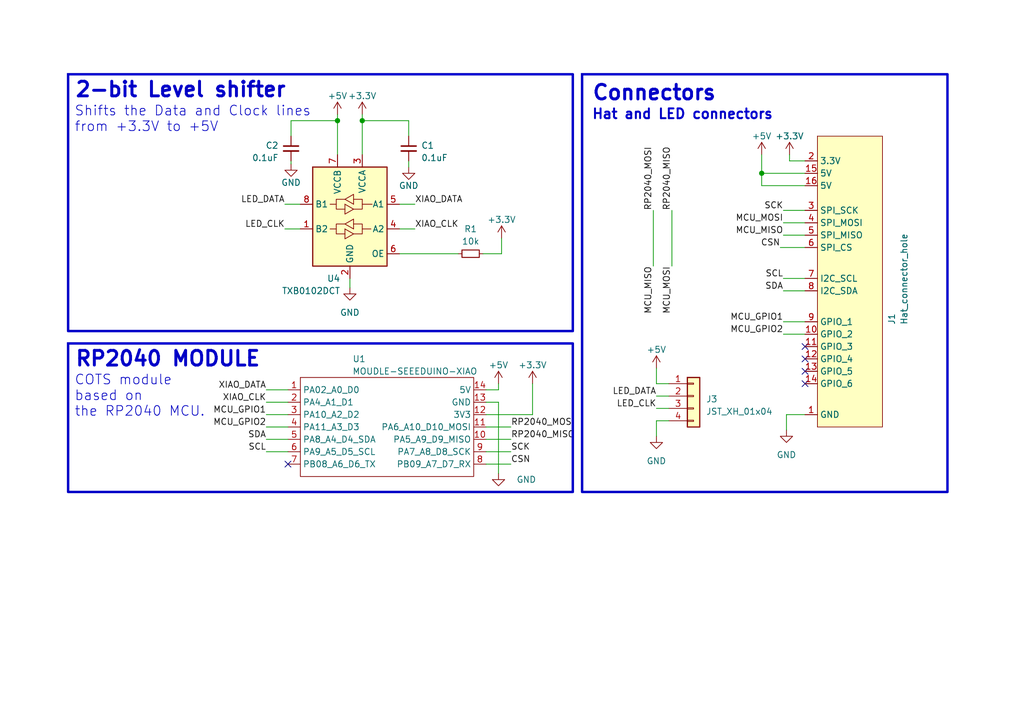
<source format=kicad_sch>
(kicad_sch (version 20230121) (generator eeschema)
  (paper "A5")
  (title_block (title "LED controller board") (date "2023-08-10") (company "EPFL Xplore"))
  (lib_symbols
    (symbol "0_COTS_modules:MOUDLE-SEEEDUINO-XIAO"
      (property "Reference" "U" (at -16.51 11.43 0))
      (property "Value" "MOUDLE-SEEEDUINO-XIAO" (at -3.81 -11.43 0))
      (symbol "MOUDLE-SEEEDUINO-XIAO_0_1"
        (rectangle (start -16.51 10.16) (end 19.05 -10.16))
      )
      (symbol "MOUDLE-SEEEDUINO-XIAO_1_1"
        (pin passive line (at -19.05 7.62 0) (length 2.54) (name "PA02_A0_D0") (number "1"))
        (pin passive line (at 21.59 -2.54 180) (length 2.54) (name "PA5_A9_D9_MISO") (number "10"))
        (pin passive line (at 21.59 0 180) (length 2.54) (name "PA6_A10_D10_MOSI") (number "11"))
        (pin passive line (at 21.59 2.54 180) (length 2.54) (name "3V3") (number "12"))
        (pin passive line (at 21.59 5.08 180) (length 2.54) (name "GND") (number "13"))
        (pin passive line (at 21.59 7.62 180) (length 2.54) (name "5V") (number "14"))
        (pin passive line (at -19.05 5.08 0) (length 2.54) (name "PA4_A1_D1") (number "2"))
        (pin passive line (at -19.05 2.54 0) (length 2.54) (name "PA10_A2_D2") (number "3"))
        (pin passive line (at -19.05 0 0) (length 2.54) (name "PA11_A3_D3") (number "4"))
        (pin passive line (at -19.05 -2.54 0) (length 2.54) (name "PA8_A4_D4_SDA") (number "5"))
        (pin passive line (at -19.05 -5.08 0) (length 2.54) (name "PA9_A5_D5_SCL") (number "6"))
        (pin passive line (at -19.05 -7.62 0) (length 2.54) (name "PB08_A6_D6_TX") (number "7"))
        (pin passive line (at 21.59 -7.62 180) (length 2.54) (name "PB09_A7_D7_RX") (number "8"))
        (pin passive line (at 21.59 -5.08 180) (length 2.54) (name "PA7_A8_D8_SCK") (number "9"))
      )
    )
    (symbol "0_connectors:Hat_connector_hole"
      (property "Reference" "J" (at 0 0 0))
      (property "Value" "Hat_connector_hole" (at 0 0 0))
      (symbol "Hat_connector_hole_0_0"
        (pin power_in line (at -8.89 -22.86 0) (length 2.54) (name "GND") (number "1"))
        (pin bidirectional line (at -8.89 -6.35 0) (length 2.54) (name "GPIO_2") (number "10"))
        (pin bidirectional line (at -8.89 -8.89 0) (length 2.54) (name "GPIO_3") (number "11"))
        (pin bidirectional line (at -8.89 -11.43 0) (length 2.54) (name "GPIO_4") (number "12"))
        (pin bidirectional line (at -8.89 -13.97 0) (length 2.54) (name "GPIO_5") (number "13"))
        (pin bidirectional line (at -8.89 -16.51 0) (length 2.54) (name "GPIO_6") (number "14"))
        (pin power_in line (at -8.89 26.67 0) (length 2.54) (name "5V") (number "15"))
        (pin power_in line (at -8.89 24.13 0) (length 2.54) (name "5V") (number "16"))
        (pin power_in line (at -8.89 29.21 0) (length 2.54) (name "3.3V") (number "2"))
        (pin output line (at -8.89 19.05 0) (length 2.54) (name "SPI_SCK") (number "3"))
        (pin output line (at -8.89 16.51 0) (length 2.54) (name "SPI_MOSI") (number "4"))
        (pin input line (at -8.89 13.97 0) (length 2.54) (name "SPI_MISO") (number "5"))
        (pin output line (at -8.89 11.43 0) (length 2.54) (name "SPI_CS") (number "6"))
        (pin output line (at -8.89 5.08 0) (length 2.54) (name "I2C_SCL") (number "7"))
        (pin bidirectional line (at -8.89 2.54 0) (length 2.54) (name "I2C_SDA") (number "8"))
        (pin bidirectional line (at -8.89 -3.81 0) (length 2.54) (name "GPIO_1") (number "9"))
      )
      (symbol "Hat_connector_hole_0_1"
        (rectangle (start -6.35 34.29) (end 6.985 -25.4) (fill (type background)))
      )
    )
    (symbol "Connector_Generic:Conn_01x04" (pin_names (offset 1.016) hide)
      (property "Reference" "J" (at 0 5.08 0))
      (property "Value" "Conn_01x04" (at 0 -7.62 0))
      (symbol "Conn_01x04_1_1"
        (rectangle (start -1.27 -4.953) (end 0 -5.207) (stroke (width 0.1524)))
        (rectangle (start -1.27 -2.413) (end 0 -2.667) (stroke (width 0.1524)))
        (rectangle (start -1.27 0.127) (end 0 -0.127) (stroke (width 0.1524)))
        (rectangle (start -1.27 2.667) (end 0 2.413) (stroke (width 0.1524)))
        (rectangle (start -1.27 3.81) (end 1.27 -6.35) (stroke (width 0.254)) (fill (type background)))
        (pin passive line (at -5.08 2.54 0) (length 3.81) (name "Pin_1") (number "1"))
        (pin passive line (at -5.08 0 0) (length 3.81) (name "Pin_2") (number "2"))
        (pin passive line (at -5.08 -2.54 0) (length 3.81) (name "Pin_3") (number "3"))
        (pin passive line (at -5.08 -5.08 0) (length 3.81) (name "Pin_4") (number "4"))
      )
    )
    (symbol "Device:C_Small" (pin_numbers hide) (pin_names (offset 0.254) hide)
      (property "Reference" "C" (at 0.254 1.778 0))
      (property "Value" "C_Small" (at 0.254 -2.032 0))
      (symbol "C_Small_0_1"
        (polyline (pts (xy -1.524 -0.508) (xy 1.524 -0.508)) (stroke (width 0.3302)))
        (polyline (pts (xy -1.524 0.508) (xy 1.524 0.508)) (stroke (width 0.3048)))
      )
      (symbol "C_Small_1_1"
        (pin passive line (at 0 2.54 270) (length 2.032) (name "~") (number "1"))
        (pin passive line (at 0 -2.54 90) (length 2.032) (name "~") (number "2"))
      )
    )
    (symbol "Device:R_Small" (pin_numbers hide) (pin_names (offset 0.254) hide)
      (property "Reference" "R" (at 0.762 0.508 0))
      (property "Value" "R_Small" (at 0.762 -1.016 0))
      (symbol "R_Small_0_1"
        (rectangle (start -0.762 1.778) (end 0.762 -1.778) (stroke (width 0.2032)))
      )
      (symbol "R_Small_1_1"
        (pin passive line (at 0 2.54 270) (length 0.762) (name "~") (number "1"))
        (pin passive line (at 0 -2.54 90) (length 0.762) (name "~") (number "2"))
      )
    )
    (symbol "Logic_LevelTranslator:TXB0102DCT"
      (property "Reference" "U" (at -6.35 11.43 0))
      (property "Value" "TXB0102DCT" (at 3.81 11.43 0))
      (symbol "TXB0102DCT_0_1"
        (rectangle (start -7.62 10.16) (end 7.62 -10.16) (stroke (width 0.254)) (fill (type background)))
        (polyline (pts (xy -2.54 -2.54) (xy -2.54 -1.524) (xy -0.762 -1.524)))
        (polyline (pts (xy -2.54 2.54) (xy -2.54 3.556) (xy -0.762 3.556)))
        (polyline (pts (xy 2.794 -2.54) (xy 2.794 -3.556) (xy 1.016 -3.556)))
        (polyline (pts (xy 2.794 2.54) (xy 2.794 1.524) (xy 1.016 1.524)))
        (polyline (pts (xy -0.762 -3.556) (xy -2.54 -3.556) (xy -2.54 -2.54) (xy -4.318 -2.54)))
        (polyline (pts (xy -0.762 -2.54) (xy -0.762 -0.508) (xy 1.016 -1.524) (xy -0.762 -2.54)) (fill (type background)))
        (polyline (pts (xy -0.762 1.524) (xy -2.54 1.524) (xy -2.54 2.54) (xy -4.572 2.54)))
        (polyline (pts (xy -0.762 2.54) (xy -0.762 4.572) (xy 1.016 3.556) (xy -0.762 2.54)))
        (polyline (pts (xy 1.016 -2.54) (xy 1.016 -4.572) (xy -0.762 -3.556) (xy 1.016 -2.54)))
        (polyline (pts (xy 1.016 -1.524) (xy 2.794 -1.524) (xy 2.794 -2.54) (xy 4.064 -2.54)))
        (polyline (pts (xy 1.016 3.556) (xy 2.794 3.556) (xy 2.794 2.54) (xy 4.064 2.54)))
        (polyline (pts (xy 1.016 2.54) (xy 1.016 0.762) (xy 1.016 0.508) (xy -0.762 1.524) (xy 1.016 2.54)))
      )
      (symbol "TXB0102DCT_1_1"
        (pin bidirectional line (at 10.16 -2.54 180) (length 2.54) (name "B2") (number "1"))
        (pin power_in line (at 0 -12.7 90) (length 2.54) (name "GND") (number "2"))
        (pin power_in line (at -2.54 12.7 270) (length 2.54) (name "VCCA") (number "3"))
        (pin bidirectional line (at -10.16 -2.54 0) (length 2.54) (name "A2") (number "4"))
        (pin bidirectional line (at -10.16 2.54 0) (length 2.54) (name "A1") (number "5"))
        (pin input line (at -10.16 -7.62 0) (length 2.54) (name "OE") (number "6"))
        (pin power_in line (at 2.54 12.7 270) (length 2.54) (name "VCCB") (number "7"))
        (pin bidirectional line (at 10.16 2.54 180) (length 2.54) (name "B1") (number "8"))
      )
    )
    (symbol "PCM_4ms_Power-symbol:GND" (power) (pin_names (offset 0))
      (property "Value" "GND" (at 0 -3.81 0))
      (symbol "GND_0_1"
        (polyline (pts (xy 0 0) (xy 0 -1.27) (xy 1.27 -1.27) (xy 0 -2.54) (xy -1.27 -1.27) (xy 0 -1.27)))
      )
      (symbol "GND_1_1"
        (pin power_in line (at 0 0 270) (length 0) hide (name "GND") (number "1"))
      )
    )
    (symbol "power:+3.3V" (power) (pin_names (offset 0))
      (property "Value" "+3.3V" (at 0 3.556 0))
      (symbol "+3.3V_0_1"
        (polyline (pts (xy -0.762 1.27) (xy 0 2.54)))
        (polyline (pts (xy 0 0) (xy 0 2.54)))
        (polyline (pts (xy 0 2.54) (xy 0.762 1.27)))
      )
      (symbol "+3.3V_1_1"
        (pin power_in line (at 0 0 90) (length 0) hide (name "+3.3V") (number "1"))
      )
    )
    (symbol "power:+5V" (power) (pin_names (offset 0))
      (property "Value" "+5V" (at 0 3.556 0))
      (symbol "+5V_0_1"
        (polyline (pts (xy -0.762 1.27) (xy 0 2.54)))
        (polyline (pts (xy 0 0) (xy 0 2.54)))
        (polyline (pts (xy 0 2.54) (xy 0.762 1.27)))
      )
      (symbol "+5V_1_1"
        (pin power_in line (at 0 0 90) (length 0) hide (name "+5V") (number "1"))
      )
    )
  )
  (junction (at 69.215 24.765))
  (junction (at 74.295 24.765))
  (junction (at 156.21 35.56))
  (no_connect (at 59.055 95.25))
  (no_connect (at 165.1 78.74))
  (no_connect (at 165.1 76.2))
  (no_connect (at 165.1 73.66))
  (no_connect (at 165.1 71.12))
  (wire (pts (xy 156.21 31.75) (xy 156.21 35.56)))
  (wire (pts (xy 102.87 52.07) (xy 102.87 48.895)))
  (wire (pts (xy 83.82 34.29) (xy 83.82 33.02)))
  (wire (pts (xy 161.925 33.02) (xy 165.1 33.02)))
  (wire (pts (xy 99.695 85.09) (xy 109.22 85.09)))
  (wire (pts (xy 54.61 82.55) (xy 59.055 82.55)))
  (wire (pts (xy 58.42 46.99) (xy 61.595 46.99)))
  (wire (pts (xy 83.82 24.765) (xy 74.295 24.765)))
  (wire (pts (xy 137.795 54.61) (xy 137.795 43.18)))
  (wire (pts (xy 85.09 41.91) (xy 81.915 41.91)))
  (wire (pts (xy 81.915 52.07) (xy 93.98 52.07)))
  (wire (pts (xy 160.655 45.72) (xy 165.1 45.72)))
  (wire (pts (xy 59.69 33.655) (xy 59.69 33.02)))
  (wire (pts (xy 58.42 41.91) (xy 61.595 41.91)))
  (wire (pts (xy 59.69 27.94) (xy 59.69 24.765)))
  (wire (pts (xy 134.62 83.82) (xy 137.16 83.82)))
  (wire (pts (xy 133.985 54.61) (xy 133.985 43.18)))
  (wire (pts (xy 134.62 81.28) (xy 137.16 81.28)))
  (wire (pts (xy 160.655 48.26) (xy 165.1 48.26)))
  (wire (pts (xy 104.775 87.63) (xy 99.695 87.63)))
  (wire (pts (xy 69.215 23.495) (xy 69.215 24.765)))
  (wire (pts (xy 160.655 43.18) (xy 165.1 43.18)))
  (wire (pts (xy 71.755 57.15) (xy 71.755 59.055)))
  (wire (pts (xy 134.62 89.535) (xy 134.62 86.36)))
  (wire (pts (xy 156.21 35.56) (xy 165.1 35.56)))
  (wire (pts (xy 161.29 85.09) (xy 165.1 85.09)))
  (wire (pts (xy 134.62 86.36) (xy 137.16 86.36)))
  (wire (pts (xy 156.21 38.1) (xy 165.1 38.1)))
  (wire (pts (xy 74.295 24.765) (xy 74.295 31.75)))
  (wire (pts (xy 104.775 90.17) (xy 99.695 90.17)))
  (wire (pts (xy 85.09 46.99) (xy 81.915 46.99)))
  (wire (pts (xy 69.215 24.765) (xy 69.215 31.75)))
  (wire (pts (xy 160.655 68.58) (xy 165.1 68.58)))
  (wire (pts (xy 161.925 31.75) (xy 161.925 33.02)))
  (wire (pts (xy 54.61 92.71) (xy 59.055 92.71)))
  (wire (pts (xy 74.295 23.495) (xy 74.295 24.765)))
  (wire (pts (xy 134.62 78.74) (xy 137.16 78.74)))
  (wire (pts (xy 102.235 80.01) (xy 99.695 80.01)))
  (wire (pts (xy 54.61 80.01) (xy 59.055 80.01)))
  (wire (pts (xy 54.61 87.63) (xy 59.055 87.63)))
  (wire (pts (xy 102.235 82.55) (xy 99.695 82.55)))
  (wire (pts (xy 160.655 66.04) (xy 165.1 66.04)))
  (wire (pts (xy 99.06 52.07) (xy 102.87 52.07)))
  (wire (pts (xy 99.695 95.25) (xy 104.775 95.25)))
  (wire (pts (xy 134.62 75.565) (xy 134.62 78.74)))
  (wire (pts (xy 83.82 27.94) (xy 83.82 24.765)))
  (wire (pts (xy 109.22 85.09) (xy 109.22 78.74)))
  (wire (pts (xy 160.655 59.69) (xy 165.1 59.69)))
  (wire (pts (xy 156.21 35.56) (xy 156.21 38.1)))
  (wire (pts (xy 104.775 92.71) (xy 99.695 92.71)))
  (wire (pts (xy 59.69 24.765) (xy 69.215 24.765)))
  (wire (pts (xy 160.02 50.8) (xy 165.1 50.8)))
  (wire (pts (xy 102.235 78.74) (xy 102.235 80.01)))
  (wire (pts (xy 54.61 85.09) (xy 59.055 85.09)))
  (wire (pts (xy 160.655 57.15) (xy 165.1 57.15)))
  (wire (pts (xy 161.29 88.265) (xy 161.29 85.09)))
  (wire (pts (xy 54.61 90.17) (xy 59.055 90.17)))
  (wire (pts (xy 102.235 97.155) (xy 102.235 82.55)))
  (rectangle (start 119.38 15.24) (end 194.31 100.965) (stroke (width 0.5)))
  (rectangle (start 13.97 15.24) (end 117.475 67.945) (stroke (width 0.5)))
  (rectangle (start 13.97 70.485) (end 117.475 100.965) (stroke (width 0.5)))
  (text "Connectors\n" (at 121.285 20.955 0) (effects (font (size 3 3) (thickness 0.6) bold) (justify left bottom)))
  (text "Shifts the Data and Clock lines\nfrom +3.3V to +5V" (at 15.24 27.305 0) (effects (font (size 2 2)) (justify left bottom)))
  (text "Hat and LED connectors" (at 121.285 24.765 0) (effects (font (size 2 2) (thickness 0.4) bold) (justify left bottom)))
  (text "2-bit Level shifter" (at 15.24 20.32 0) (effects (font (size 3 3) (thickness 0.6) bold) (justify left bottom)))
  (text "RP2040 MODULE\n" (at 15.24 75.565 0) (effects (font (size 3 3) (thickness 0.6) bold) (justify left bottom)))
  (text "COTS module\nbased on \nthe RP2040 MCU." (at 15.24 85.725 0) (effects (font (size 2 2)) (justify left bottom)))
  (label "XIAO_CLK" (at 54.61 82.55 180))
  (label "MCU_GPIO1" (at 160.655 66.04 180))
  (label "MCU_GPIO2" (at 54.61 87.63 180))
  (label "RP2040_MISO" (at 104.775 90.17 0))
  (label "RP2040_MOSI" (at 104.775 87.63 0))
  (label "CSN" (at 160.02 50.8 180))
  (label "LED_DATA" (at 58.42 41.91 180))
  (label "MCU_MISO" (at 133.985 54.61 270))
  (label "MCU_MOSI" (at 137.795 54.61 270))
  (label "SDA" (at 160.655 59.69 180))
  (label "XIAO_CLK" (at 85.09 46.99 0))
  (label "RP2040_MOSI" (at 133.985 43.18 90))
  (label "LED_CLK" (at 58.42 46.99 180))
  (label "LED_CLK" (at 134.62 83.82 180))
  (label "SCL" (at 160.655 57.15 180))
  (label "SCK" (at 104.775 92.71 0))
  (label "MCU_GPIO1" (at 54.61 85.09 180))
  (label "SDA" (at 54.61 90.17 180))
  (label "RP2040_MISO" (at 137.795 43.18 90))
  (label "MCU_MISO" (at 160.655 48.26 180))
  (label "LED_DATA" (at 134.62 81.28 180))
  (label "XIAO_DATA" (at 85.09 41.91 0))
  (label "MCU_MOSI" (at 160.655 45.72 180))
  (label "SCK" (at 160.655 43.18 180))
  (label "XIAO_DATA" (at 54.61 80.01 180))
  (label "MCU_GPIO2" (at 160.655 68.58 180))
  (label "SCL" (at 54.61 92.71 180))
  (label "CSN" (at 104.775 95.25 0))
  (symbol (lib_id "PCM_4ms_Power-symbol:GND") (at 161.29 88.265 0) (unit 1)
    (property "Reference" "#PWR01" (effects hide))
    (property "Value" "GND" (at 161.29 93.345 0))
  )
  (symbol (lib_id "0_COTS_modules:MOUDLE-SEEEDUINO-XIAO") (at 78.105 87.63 0) (unit 1)
    (property "Reference" "U1" (at 73.66 73.66 0))
    (property "Value" "MOUDLE-SEEEDUINO-XIAO" (at 85.09 76.2 0))
    (property "Footprint" "0_various:MOUDLE14P-SMD-2.54-21X17.8MM" (effects hide))
  )
  (symbol (lib_id "Connector_Generic:Conn_01x04") (at 142.24 81.28 0) (unit 1)
    (property "Reference" "J3" (at 144.78 81.915 0) (effects (justify left)))
    (property "Value" "JST_XH_01x04" (at 144.78 84.455 0) (effects (justify left)))
    (property "Footprint" "Connector_JST:JST_XH_B4B-XH-AM_1x04_P2.50mm_Vertical" (effects hide))
  )
  (symbol (lib_id "power:+5V") (at 102.235 78.74 0) (unit 1)
    (property "Reference" "#PWR07" (effects hide))
    (property "Value" "+5V" (at 102.235 74.93 0))
  )
  (symbol (lib_id "power:+5V") (at 134.62 75.565 0) (mirror y) (unit 1)
    (property "Reference" "#PWR06" (effects hide))
    (property "Value" "+5V" (at 134.62 71.755 0))
  )
  (symbol (lib_id "PCM_4ms_Power-symbol:GND") (at 83.82 34.29 0) (unit 1)
    (property "Reference" "#PWR012" (effects hide))
    (property "Value" "GND" (at 83.82 38.1 0))
  )
  (symbol (lib_id "Logic_LevelTranslator:TXB0102DCT") (at 71.755 44.45 0) (mirror y) (unit 1)
    (property "Reference" "U4" (at 69.7991 57.15 0) (effects (justify left)))
    (property "Value" "TXB0102DCT" (at 69.7991 59.69 0) (effects (justify left)))
    (property "Footprint" "Package_SO:TSSOP-8_3x3mm_P0.65mm" (effects hide))
    (property "Datasheet" "http://www.ti.com/lit/ds/symlink/txb0102.pdf" (effects hide))
  )
  (symbol (lib_id "Device:C_Small") (at 59.69 30.48 0) (mirror y) (unit 1)
    (property "Reference" "C2" (at 57.15 29.8513 0) (effects (justify left)))
    (property "Value" "0.1uF" (at 57.15 32.3913 0) (effects (justify left)))
    (property "Footprint" "Capacitor_SMD:C_0603_1608Metric_Pad1.08x0.95mm_HandSolder" (effects hide))
  )
  (symbol (lib_id "power:+3.3V") (at 74.295 23.495 0) (unit 1)
    (property "Reference" "#PWR08" (effects hide))
    (property "Value" "+3.3V" (at 74.295 19.685 0))
  )
  (symbol (lib_id "power:+5V") (at 69.215 23.495 0) (unit 1)
    (property "Reference" "#PWR09" (effects hide))
    (property "Value" "+5V" (at 69.215 19.685 0))
  )
  (symbol (lib_id "power:+5V") (at 156.21 31.75 0) (unit 1)
    (property "Reference" "#PWR03" (effects hide))
    (property "Value" "+5V" (at 156.21 27.94 0))
  )
  (symbol (lib_id "Device:C_Small") (at 83.82 30.48 0) (unit 1)
    (property "Reference" "C1" (at 86.36 29.8513 0) (effects (justify left)))
    (property "Value" "0.1uF" (at 86.36 32.3913 0) (effects (justify left)))
    (property "Footprint" "Capacitor_SMD:C_0603_1608Metric_Pad1.08x0.95mm_HandSolder" (effects hide))
  )
  (symbol (lib_id "power:+3.3V") (at 161.925 31.75 0) (unit 1)
    (property "Reference" "#PWR04" (effects hide))
    (property "Value" "+3.3V" (at 161.925 27.94 0))
  )
  (symbol (lib_id "PCM_4ms_Power-symbol:GND") (at 102.235 97.155 0) (unit 1)
    (property "Reference" "#PWR02" (effects hide))
    (property "Value" "GND" (at 107.95 98.425 0))
  )
  (symbol (lib_id "PCM_4ms_Power-symbol:GND") (at 59.69 33.655 0) (unit 1)
    (property "Reference" "#PWR013" (effects hide))
    (property "Value" "GND" (at 59.69 37.465 0))
  )
  (symbol (lib_id "Device:R_Small") (at 96.52 52.07 90) (unit 1)
    (property "Reference" "R1" (at 96.52 46.99 90))
    (property "Value" "10k" (at 96.52 49.53 90))
    (property "Footprint" "Resistor_SMD:R_0603_1608Metric_Pad0.98x0.95mm_HandSolder" (effects hide))
  )
  (symbol (lib_id "power:+3.3V") (at 109.22 78.74 0) (unit 1)
    (property "Reference" "#PWR05" (effects hide))
    (property "Value" "+3.3V" (at 109.22 74.93 0))
  )
  (symbol (lib_id "PCM_4ms_Power-symbol:GND") (at 71.755 59.055 0) (unit 1)
    (property "Reference" "#PWR010" (effects hide))
    (property "Value" "GND" (at 71.755 64.135 0))
  )
  (symbol (lib_id "0_connectors:Hat_connector_hole") (at 173.99 62.23 0) (unit 1)
    (property "Reference" "J1" (at 182.88 66.675 90) (effects (justify left)))
    (property "Value" "Hat_connector_hole" (at 185.42 66.675 90) (effects (justify left)))
    (property "Footprint" "0_connectors:Hat_connector_hole" (effects hide))
  )
  (symbol (lib_id "PCM_4ms_Power-symbol:GND") (at 134.62 89.535 0) (mirror y) (unit 1)
    (property "Reference" "#PWR011" (effects hide))
    (property "Value" "GND" (at 134.62 94.615 0))
  )
  (symbol (lib_id "power:+3.3V") (at 102.87 48.895 0) (unit 1)
    (property "Reference" "#PWR014" (effects hide))
    (property "Value" "+3.3V" (at 102.87 45.085 0))
  )
)
</source>
